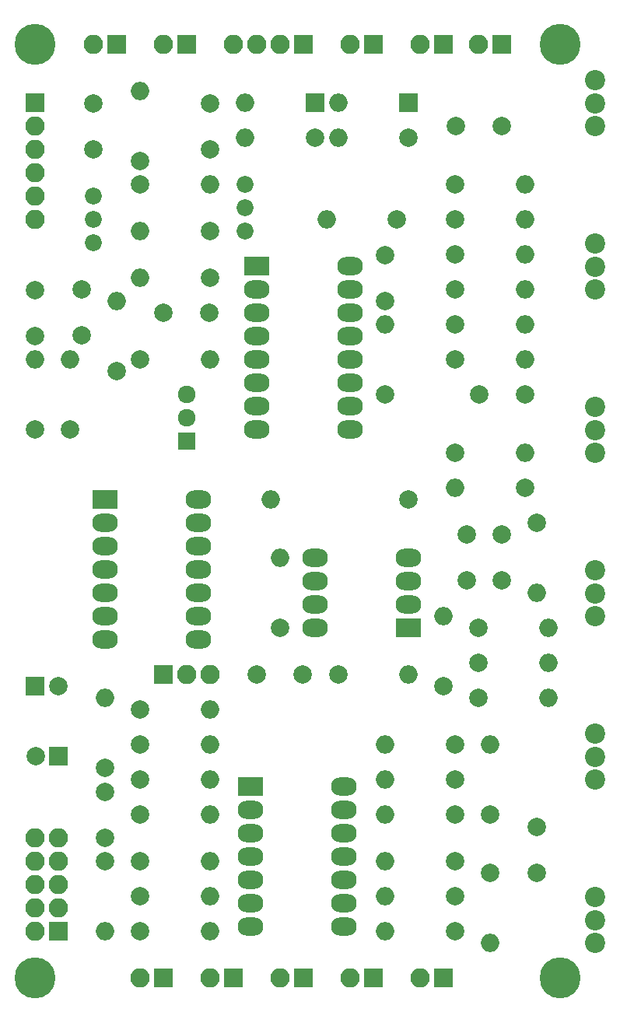
<source format=gbs>
G04 #@! TF.FileFunction,Soldermask,Bot*
%FSLAX46Y46*%
G04 Gerber Fmt 4.6, Leading zero omitted, Abs format (unit mm)*
G04 Created by KiCad (PCBNEW 4.0.7) date Saturday 21 July 2018 16:49:46*
%MOMM*%
%LPD*%
G01*
G04 APERTURE LIST*
%ADD10C,0.100000*%
%ADD11C,4.464000*%
%ADD12C,2.000000*%
%ADD13R,2.000000X2.000000*%
%ADD14O,2.000000X2.000000*%
%ADD15R,2.100000X2.100000*%
%ADD16O,2.100000X2.100000*%
%ADD17C,1.920000*%
%ADD18R,1.920000X1.920000*%
%ADD19C,2.200000*%
%ADD20C,1.840000*%
%ADD21R,2.800000X2.000000*%
%ADD22O,2.800000X2.000000*%
G04 APERTURE END LIST*
D10*
D11*
X99060000Y-148590000D03*
X156210000Y-148590000D03*
X99060000Y-46990000D03*
D12*
X149860000Y-55880000D03*
X144860000Y-55880000D03*
X118110000Y-58420000D03*
X118110000Y-53420000D03*
X105410000Y-58420000D03*
X105410000Y-53420000D03*
X99060000Y-78740000D03*
X99060000Y-73740000D03*
X152400000Y-85090000D03*
X147400000Y-85090000D03*
X149860000Y-100330000D03*
X149860000Y-105330000D03*
X104140000Y-73660000D03*
X104140000Y-78660000D03*
X113030000Y-76200000D03*
X118030000Y-76200000D03*
D13*
X101600000Y-124460000D03*
D12*
X99100000Y-124460000D03*
X137160000Y-74930000D03*
X137160000Y-69930000D03*
X153670000Y-137160000D03*
X153670000Y-132160000D03*
X106680000Y-133350000D03*
X106680000Y-128350000D03*
D13*
X129540000Y-53340000D03*
D14*
X121920000Y-53340000D03*
D15*
X115570000Y-46990000D03*
D16*
X113030000Y-46990000D03*
D15*
X107950000Y-46990000D03*
D16*
X105410000Y-46990000D03*
D15*
X135890000Y-46990000D03*
D16*
X133350000Y-46990000D03*
D15*
X143510000Y-46990000D03*
D16*
X140970000Y-46990000D03*
D15*
X149860000Y-46990000D03*
D16*
X147320000Y-46990000D03*
D15*
X143510000Y-148590000D03*
D16*
X140970000Y-148590000D03*
D15*
X113030000Y-148590000D03*
D16*
X110490000Y-148590000D03*
D15*
X120650000Y-148590000D03*
D16*
X118110000Y-148590000D03*
D15*
X135890000Y-148590000D03*
D16*
X133350000Y-148590000D03*
D15*
X128270000Y-148590000D03*
D16*
X125730000Y-148590000D03*
D17*
X115570000Y-87630000D03*
X115570000Y-85090000D03*
D18*
X115570000Y-90170000D03*
D12*
X144780000Y-73660000D03*
D14*
X152400000Y-73660000D03*
D12*
X144780000Y-62230000D03*
D14*
X152400000Y-62230000D03*
D12*
X144780000Y-77470000D03*
D14*
X152400000Y-77470000D03*
D12*
X144780000Y-66040000D03*
D14*
X152400000Y-66040000D03*
D12*
X144780000Y-69850000D03*
D14*
X152400000Y-69850000D03*
D12*
X144780000Y-81280000D03*
D14*
X152400000Y-81280000D03*
D12*
X110490000Y-59690000D03*
D14*
X110490000Y-52070000D03*
D12*
X99060000Y-88900000D03*
D14*
X99060000Y-81280000D03*
D12*
X153670000Y-99060000D03*
D14*
X153670000Y-106680000D03*
D12*
X144780000Y-91440000D03*
D14*
X152400000Y-91440000D03*
D12*
X152400000Y-95250000D03*
D14*
X144780000Y-95250000D03*
D12*
X102870000Y-88900000D03*
D14*
X102870000Y-81280000D03*
D12*
X110490000Y-62230000D03*
D14*
X118110000Y-62230000D03*
D12*
X129540000Y-57150000D03*
D14*
X121920000Y-57150000D03*
D12*
X139700000Y-57150000D03*
D14*
X132080000Y-57150000D03*
D12*
X147320000Y-114300000D03*
D14*
X154940000Y-114300000D03*
D12*
X147320000Y-110490000D03*
D14*
X154940000Y-110490000D03*
D12*
X147320000Y-118110000D03*
D14*
X154940000Y-118110000D03*
D12*
X118110000Y-67310000D03*
D14*
X110490000Y-67310000D03*
D12*
X118110000Y-72390000D03*
D14*
X110490000Y-72390000D03*
D12*
X143510000Y-116840000D03*
D14*
X143510000Y-109220000D03*
D12*
X138430000Y-66040000D03*
D14*
X130810000Y-66040000D03*
D12*
X132080000Y-115570000D03*
D14*
X139700000Y-115570000D03*
D12*
X125730000Y-110490000D03*
D14*
X125730000Y-102870000D03*
D12*
X137160000Y-85090000D03*
D14*
X137160000Y-77470000D03*
D12*
X110490000Y-81280000D03*
D14*
X118110000Y-81280000D03*
D12*
X107950000Y-82550000D03*
D14*
X107950000Y-74930000D03*
D12*
X110490000Y-130810000D03*
D14*
X118110000Y-130810000D03*
D12*
X110490000Y-127000000D03*
D14*
X118110000Y-127000000D03*
D12*
X110490000Y-135890000D03*
D14*
X118110000Y-135890000D03*
D12*
X144780000Y-139700000D03*
D14*
X137160000Y-139700000D03*
D12*
X144780000Y-130810000D03*
D14*
X137160000Y-130810000D03*
D12*
X110490000Y-123190000D03*
D14*
X118110000Y-123190000D03*
D12*
X110490000Y-139700000D03*
D14*
X118110000Y-139700000D03*
D12*
X144780000Y-135890000D03*
D14*
X137160000Y-135890000D03*
D12*
X144780000Y-127000000D03*
D14*
X137160000Y-127000000D03*
D12*
X110490000Y-119380000D03*
D14*
X118110000Y-119380000D03*
D12*
X110490000Y-143510000D03*
D14*
X118110000Y-143510000D03*
D12*
X144780000Y-143510000D03*
D14*
X137160000Y-143510000D03*
D12*
X144780000Y-123190000D03*
D14*
X137160000Y-123190000D03*
D12*
X106680000Y-125730000D03*
D14*
X106680000Y-118110000D03*
D12*
X106680000Y-135890000D03*
D14*
X106680000Y-143510000D03*
D19*
X160020000Y-50880000D03*
X160020000Y-53380000D03*
X160020000Y-55880000D03*
X160020000Y-68660000D03*
X160020000Y-71160000D03*
X160020000Y-73660000D03*
X160020000Y-86440000D03*
X160020000Y-88940000D03*
X160020000Y-91440000D03*
X160020000Y-104220000D03*
X160020000Y-106720000D03*
X160020000Y-109220000D03*
X160020000Y-122000000D03*
X160020000Y-124500000D03*
X160020000Y-127000000D03*
D20*
X105410000Y-63500000D03*
X105410000Y-66040000D03*
X105410000Y-68580000D03*
D19*
X160020000Y-139780000D03*
X160020000Y-142280000D03*
X160020000Y-144780000D03*
D20*
X121920000Y-62230000D03*
X121920000Y-64770000D03*
X121920000Y-67310000D03*
D21*
X106680000Y-96520000D03*
D22*
X116840000Y-111760000D03*
X106680000Y-99060000D03*
X116840000Y-109220000D03*
X106680000Y-101600000D03*
X116840000Y-106680000D03*
X106680000Y-104140000D03*
X116840000Y-104140000D03*
X106680000Y-106680000D03*
X116840000Y-101600000D03*
X106680000Y-109220000D03*
X116840000Y-99060000D03*
X106680000Y-111760000D03*
X116840000Y-96520000D03*
D21*
X139700000Y-110490000D03*
D22*
X129540000Y-102870000D03*
X139700000Y-107950000D03*
X129540000Y-105410000D03*
X139700000Y-105410000D03*
X129540000Y-107950000D03*
X139700000Y-102870000D03*
X129540000Y-110490000D03*
D21*
X123190000Y-71120000D03*
D22*
X133350000Y-88900000D03*
X123190000Y-73660000D03*
X133350000Y-86360000D03*
X123190000Y-76200000D03*
X133350000Y-83820000D03*
X123190000Y-78740000D03*
X133350000Y-81280000D03*
X123190000Y-81280000D03*
X133350000Y-78740000D03*
X123190000Y-83820000D03*
X133350000Y-76200000D03*
X123190000Y-86360000D03*
X133350000Y-73660000D03*
X123190000Y-88900000D03*
X133350000Y-71120000D03*
D21*
X122465001Y-127765000D03*
D22*
X132625001Y-143005000D03*
X122465001Y-130305000D03*
X132625001Y-140465000D03*
X122465001Y-132845000D03*
X132625001Y-137925000D03*
X122465001Y-135385000D03*
X132625001Y-135385000D03*
X122465001Y-137925000D03*
X132625001Y-132845000D03*
X122465001Y-140465000D03*
X132625001Y-130305000D03*
X122465001Y-143005000D03*
X132625001Y-127765000D03*
D12*
X139700000Y-96520000D03*
D14*
X124700000Y-96520000D03*
D12*
X123190000Y-115570000D03*
X128190000Y-115570000D03*
X146050000Y-100330000D03*
X146050000Y-105330000D03*
D13*
X99060000Y-116840000D03*
D12*
X101560000Y-116840000D03*
D13*
X139700000Y-53340000D03*
D14*
X132080000Y-53340000D03*
D12*
X148590000Y-137160000D03*
D14*
X148590000Y-144780000D03*
D12*
X148590000Y-130810000D03*
D14*
X148590000Y-123190000D03*
D15*
X128270000Y-46990000D03*
D16*
X125730000Y-46990000D03*
X123190000Y-46990000D03*
X120650000Y-46990000D03*
D11*
X156210000Y-46990000D03*
D15*
X113030000Y-115570000D03*
D16*
X115570000Y-115570000D03*
X118110000Y-115570000D03*
D15*
X99060000Y-53340000D03*
D16*
X99060000Y-55880000D03*
X99060000Y-58420000D03*
X99060000Y-60960000D03*
X99060000Y-63500000D03*
X99060000Y-66040000D03*
D15*
X101600000Y-143510000D03*
D16*
X99060000Y-143510000D03*
X101600000Y-140970000D03*
X99060000Y-140970000D03*
X101600000Y-138430000D03*
X99060000Y-138430000D03*
X101600000Y-135890000D03*
X99060000Y-135890000D03*
X101600000Y-133350000D03*
X99060000Y-133350000D03*
M02*

</source>
